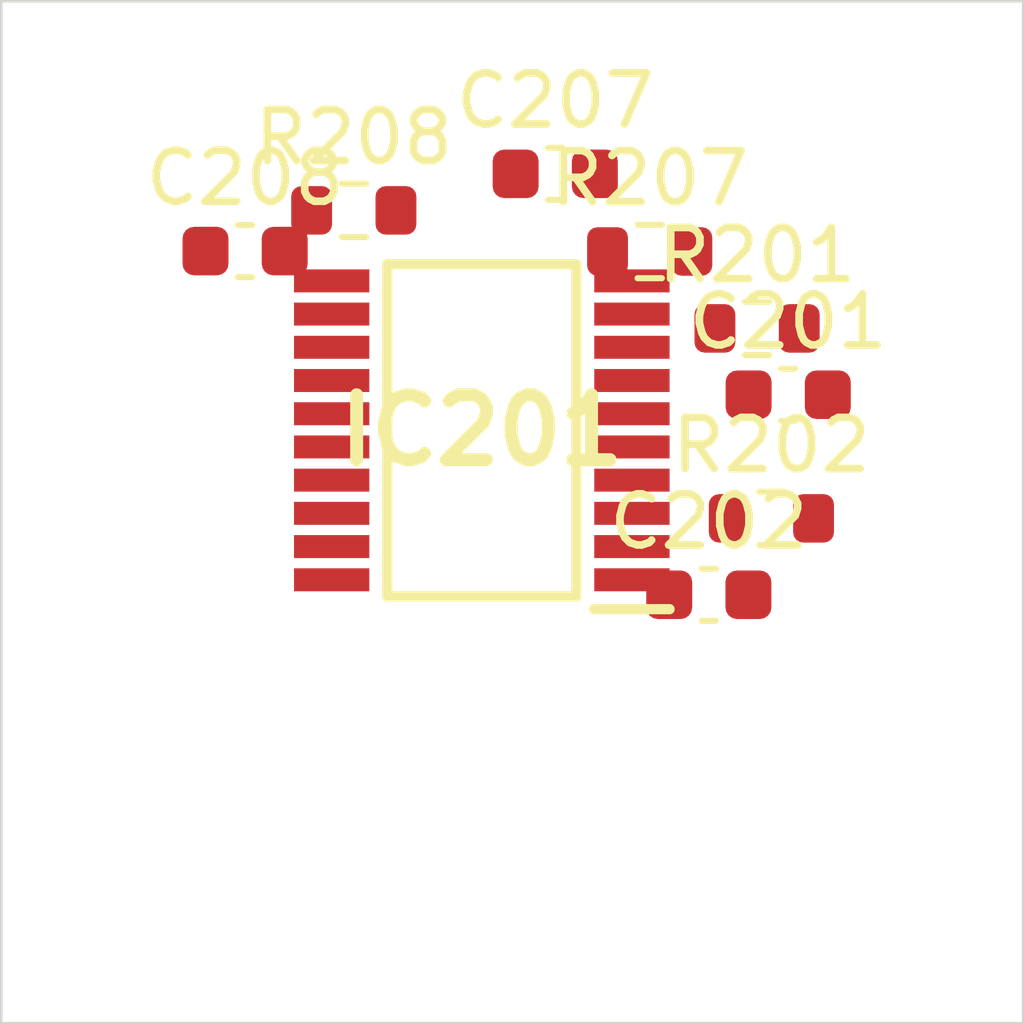
<source format=kicad_pcb>
 ( kicad_pcb  ( version 20171130 )
 ( host pcbnew 5.1.12-84ad8e8a86~92~ubuntu18.04.1 )
 ( general  ( thickness 1.6 )
 ( drawings 4 )
 ( tracks 0 )
 ( zones 0 )
 ( modules 9 )
 ( nets 19 )
)
 ( page A4 )
 ( layers  ( 0 F.Cu signal )
 ( 31 B.Cu signal )
 ( 32 B.Adhes user )
 ( 33 F.Adhes user )
 ( 34 B.Paste user )
 ( 35 F.Paste user )
 ( 36 B.SilkS user )
 ( 37 F.SilkS user )
 ( 38 B.Mask user )
 ( 39 F.Mask user )
 ( 40 Dwgs.User user )
 ( 41 Cmts.User user )
 ( 42 Eco1.User user )
 ( 43 Eco2.User user )
 ( 44 Edge.Cuts user )
 ( 45 Margin user )
 ( 46 B.CrtYd user )
 ( 47 F.CrtYd user )
 ( 48 B.Fab user )
 ( 49 F.Fab user )
)
 ( setup  ( last_trace_width 0.25 )
 ( trace_clearance 0.2 )
 ( zone_clearance 0.508 )
 ( zone_45_only no )
 ( trace_min 0.2 )
 ( via_size 0.8 )
 ( via_drill 0.4 )
 ( via_min_size 0.4 )
 ( via_min_drill 0.3 )
 ( uvia_size 0.3 )
 ( uvia_drill 0.1 )
 ( uvias_allowed no )
 ( uvia_min_size 0.2 )
 ( uvia_min_drill 0.1 )
 ( edge_width 0.05 )
 ( segment_width 0.2 )
 ( pcb_text_width 0.3 )
 ( pcb_text_size 1.5 1.5 )
 ( mod_edge_width 0.12 )
 ( mod_text_size 1 1 )
 ( mod_text_width 0.15 )
 ( pad_size 1.524 1.524 )
 ( pad_drill 0.762 )
 ( pad_to_mask_clearance 0 )
 ( aux_axis_origin 0 0 )
 ( visible_elements FFFFFF7F )
 ( pcbplotparams  ( layerselection 0x010fc_ffffffff )
 ( usegerberextensions false )
 ( usegerberattributes true )
 ( usegerberadvancedattributes true )
 ( creategerberjobfile true )
 ( excludeedgelayer true )
 ( linewidth 0.100000 )
 ( plotframeref false )
 ( viasonmask false )
 ( mode 1 )
 ( useauxorigin false )
 ( hpglpennumber 1 )
 ( hpglpenspeed 20 )
 ( hpglpendiameter 15.000000 )
 ( psnegative false )
 ( psa4output false )
 ( plotreference true )
 ( plotvalue true )
 ( plotinvisibletext false )
 ( padsonsilk false )
 ( subtractmaskfromsilk false )
 ( outputformat 1 )
 ( mirror false )
 ( drillshape 1 )
 ( scaleselection 1 )
 ( outputdirectory "" )
)
)
 ( net 0 "" )
 ( net 1 GND )
 ( net 2 /Sheet6235D886/ch0 )
 ( net 3 /Sheet6235D886/ch1 )
 ( net 4 /Sheet6235D886/ch2 )
 ( net 5 /Sheet6235D886/ch3 )
 ( net 6 /Sheet6235D886/ch4 )
 ( net 7 /Sheet6235D886/ch5 )
 ( net 8 /Sheet6235D886/ch6 )
 ( net 9 /Sheet6235D886/ch7 )
 ( net 10 VDD )
 ( net 11 VDDA )
 ( net 12 /Sheet6235D886/adc_csn )
 ( net 13 /Sheet6235D886/adc_sck )
 ( net 14 /Sheet6235D886/adc_sdi )
 ( net 15 /Sheet6235D886/adc_sdo )
 ( net 16 /Sheet6235D886/vp )
 ( net 17 /Sheet6248AD22/chn0 )
 ( net 18 /Sheet6248AD22/chn3 )
 ( net_class Default "This is the default net class."  ( clearance 0.2 )
 ( trace_width 0.25 )
 ( via_dia 0.8 )
 ( via_drill 0.4 )
 ( uvia_dia 0.3 )
 ( uvia_drill 0.1 )
 ( add_net /Sheet6235D886/adc_csn )
 ( add_net /Sheet6235D886/adc_sck )
 ( add_net /Sheet6235D886/adc_sdi )
 ( add_net /Sheet6235D886/adc_sdo )
 ( add_net /Sheet6235D886/ch0 )
 ( add_net /Sheet6235D886/ch1 )
 ( add_net /Sheet6235D886/ch2 )
 ( add_net /Sheet6235D886/ch3 )
 ( add_net /Sheet6235D886/ch4 )
 ( add_net /Sheet6235D886/ch5 )
 ( add_net /Sheet6235D886/ch6 )
 ( add_net /Sheet6235D886/ch7 )
 ( add_net /Sheet6235D886/vp )
 ( add_net /Sheet6248AD22/chn0 )
 ( add_net /Sheet6248AD22/chn3 )
 ( add_net GND )
 ( add_net VDD )
 ( add_net VDDA )
)
 ( module Capacitor_SMD:C_0603_1608Metric  ( layer F.Cu )
 ( tedit 5F68FEEE )
 ( tstamp 6234222D )
 ( at 95.400900 107.700000 )
 ( descr "Capacitor SMD 0603 (1608 Metric), square (rectangular) end terminal, IPC_7351 nominal, (Body size source: IPC-SM-782 page 76, https://www.pcb-3d.com/wordpress/wp-content/uploads/ipc-sm-782a_amendment_1_and_2.pdf), generated with kicad-footprint-generator" )
 ( tags capacitor )
 ( path /6235D887/623691C5 )
 ( attr smd )
 ( fp_text reference C201  ( at 0 -1.43 )
 ( layer F.SilkS )
 ( effects  ( font  ( size 1 1 )
 ( thickness 0.15 )
)
)
)
 ( fp_text value 0.1uF  ( at 0 1.43 )
 ( layer F.Fab )
 ( effects  ( font  ( size 1 1 )
 ( thickness 0.15 )
)
)
)
 ( fp_line  ( start -0.8 0.4 )
 ( end -0.8 -0.4 )
 ( layer F.Fab )
 ( width 0.1 )
)
 ( fp_line  ( start -0.8 -0.4 )
 ( end 0.8 -0.4 )
 ( layer F.Fab )
 ( width 0.1 )
)
 ( fp_line  ( start 0.8 -0.4 )
 ( end 0.8 0.4 )
 ( layer F.Fab )
 ( width 0.1 )
)
 ( fp_line  ( start 0.8 0.4 )
 ( end -0.8 0.4 )
 ( layer F.Fab )
 ( width 0.1 )
)
 ( fp_line  ( start -0.14058 -0.51 )
 ( end 0.14058 -0.51 )
 ( layer F.SilkS )
 ( width 0.12 )
)
 ( fp_line  ( start -0.14058 0.51 )
 ( end 0.14058 0.51 )
 ( layer F.SilkS )
 ( width 0.12 )
)
 ( fp_line  ( start -1.48 0.73 )
 ( end -1.48 -0.73 )
 ( layer F.CrtYd )
 ( width 0.05 )
)
 ( fp_line  ( start -1.48 -0.73 )
 ( end 1.48 -0.73 )
 ( layer F.CrtYd )
 ( width 0.05 )
)
 ( fp_line  ( start 1.48 -0.73 )
 ( end 1.48 0.73 )
 ( layer F.CrtYd )
 ( width 0.05 )
)
 ( fp_line  ( start 1.48 0.73 )
 ( end -1.48 0.73 )
 ( layer F.CrtYd )
 ( width 0.05 )
)
 ( fp_text user %R  ( at 0 0 )
 ( layer F.Fab )
 ( effects  ( font  ( size 0.4 0.4 )
 ( thickness 0.06 )
)
)
)
 ( pad 2 smd roundrect  ( at 0.775 0 )
 ( size 0.9 0.95 )
 ( layers F.Cu F.Mask F.Paste )
 ( roundrect_rratio 0.25 )
 ( net 1 GND )
)
 ( pad 1 smd roundrect  ( at -0.775 0 )
 ( size 0.9 0.95 )
 ( layers F.Cu F.Mask F.Paste )
 ( roundrect_rratio 0.25 )
 ( net 2 /Sheet6235D886/ch0 )
)
 ( model ${KISYS3DMOD}/Capacitor_SMD.3dshapes/C_0603_1608Metric.wrl  ( at  ( xyz 0 0 0 )
)
 ( scale  ( xyz 1 1 1 )
)
 ( rotate  ( xyz 0 0 0 )
)
)
)
 ( module Capacitor_SMD:C_0603_1608Metric  ( layer F.Cu )
 ( tedit 5F68FEEE )
 ( tstamp 6234223E )
 ( at 93.847200 111.615000 )
 ( descr "Capacitor SMD 0603 (1608 Metric), square (rectangular) end terminal, IPC_7351 nominal, (Body size source: IPC-SM-782 page 76, https://www.pcb-3d.com/wordpress/wp-content/uploads/ipc-sm-782a_amendment_1_and_2.pdf), generated with kicad-footprint-generator" )
 ( tags capacitor )
 ( path /6235D887/62369EE0 )
 ( attr smd )
 ( fp_text reference C202  ( at 0 -1.43 )
 ( layer F.SilkS )
 ( effects  ( font  ( size 1 1 )
 ( thickness 0.15 )
)
)
)
 ( fp_text value 0.1uF  ( at 0 1.43 )
 ( layer F.Fab )
 ( effects  ( font  ( size 1 1 )
 ( thickness 0.15 )
)
)
)
 ( fp_line  ( start 1.48 0.73 )
 ( end -1.48 0.73 )
 ( layer F.CrtYd )
 ( width 0.05 )
)
 ( fp_line  ( start 1.48 -0.73 )
 ( end 1.48 0.73 )
 ( layer F.CrtYd )
 ( width 0.05 )
)
 ( fp_line  ( start -1.48 -0.73 )
 ( end 1.48 -0.73 )
 ( layer F.CrtYd )
 ( width 0.05 )
)
 ( fp_line  ( start -1.48 0.73 )
 ( end -1.48 -0.73 )
 ( layer F.CrtYd )
 ( width 0.05 )
)
 ( fp_line  ( start -0.14058 0.51 )
 ( end 0.14058 0.51 )
 ( layer F.SilkS )
 ( width 0.12 )
)
 ( fp_line  ( start -0.14058 -0.51 )
 ( end 0.14058 -0.51 )
 ( layer F.SilkS )
 ( width 0.12 )
)
 ( fp_line  ( start 0.8 0.4 )
 ( end -0.8 0.4 )
 ( layer F.Fab )
 ( width 0.1 )
)
 ( fp_line  ( start 0.8 -0.4 )
 ( end 0.8 0.4 )
 ( layer F.Fab )
 ( width 0.1 )
)
 ( fp_line  ( start -0.8 -0.4 )
 ( end 0.8 -0.4 )
 ( layer F.Fab )
 ( width 0.1 )
)
 ( fp_line  ( start -0.8 0.4 )
 ( end -0.8 -0.4 )
 ( layer F.Fab )
 ( width 0.1 )
)
 ( fp_text user %R  ( at 0 0 )
 ( layer F.Fab )
 ( effects  ( font  ( size 0.4 0.4 )
 ( thickness 0.06 )
)
)
)
 ( pad 1 smd roundrect  ( at -0.775 0 )
 ( size 0.9 0.95 )
 ( layers F.Cu F.Mask F.Paste )
 ( roundrect_rratio 0.25 )
 ( net 1 GND )
)
 ( pad 2 smd roundrect  ( at 0.775 0 )
 ( size 0.9 0.95 )
 ( layers F.Cu F.Mask F.Paste )
 ( roundrect_rratio 0.25 )
 ( net 3 /Sheet6235D886/ch1 )
)
 ( model ${KISYS3DMOD}/Capacitor_SMD.3dshapes/C_0603_1608Metric.wrl  ( at  ( xyz 0 0 0 )
)
 ( scale  ( xyz 1 1 1 )
)
 ( rotate  ( xyz 0 0 0 )
)
)
)
 ( module Capacitor_SMD:C_0603_1608Metric  ( layer F.Cu )
 ( tedit 5F68FEEE )
 ( tstamp 62342293 )
 ( at 90.841600 103.377000 )
 ( descr "Capacitor SMD 0603 (1608 Metric), square (rectangular) end terminal, IPC_7351 nominal, (Body size source: IPC-SM-782 page 76, https://www.pcb-3d.com/wordpress/wp-content/uploads/ipc-sm-782a_amendment_1_and_2.pdf), generated with kicad-footprint-generator" )
 ( tags capacitor )
 ( path /6235D887/6238B3FE )
 ( attr smd )
 ( fp_text reference C207  ( at 0 -1.43 )
 ( layer F.SilkS )
 ( effects  ( font  ( size 1 1 )
 ( thickness 0.15 )
)
)
)
 ( fp_text value 0.1uF  ( at 0 1.43 )
 ( layer F.Fab )
 ( effects  ( font  ( size 1 1 )
 ( thickness 0.15 )
)
)
)
 ( fp_line  ( start -0.8 0.4 )
 ( end -0.8 -0.4 )
 ( layer F.Fab )
 ( width 0.1 )
)
 ( fp_line  ( start -0.8 -0.4 )
 ( end 0.8 -0.4 )
 ( layer F.Fab )
 ( width 0.1 )
)
 ( fp_line  ( start 0.8 -0.4 )
 ( end 0.8 0.4 )
 ( layer F.Fab )
 ( width 0.1 )
)
 ( fp_line  ( start 0.8 0.4 )
 ( end -0.8 0.4 )
 ( layer F.Fab )
 ( width 0.1 )
)
 ( fp_line  ( start -0.14058 -0.51 )
 ( end 0.14058 -0.51 )
 ( layer F.SilkS )
 ( width 0.12 )
)
 ( fp_line  ( start -0.14058 0.51 )
 ( end 0.14058 0.51 )
 ( layer F.SilkS )
 ( width 0.12 )
)
 ( fp_line  ( start -1.48 0.73 )
 ( end -1.48 -0.73 )
 ( layer F.CrtYd )
 ( width 0.05 )
)
 ( fp_line  ( start -1.48 -0.73 )
 ( end 1.48 -0.73 )
 ( layer F.CrtYd )
 ( width 0.05 )
)
 ( fp_line  ( start 1.48 -0.73 )
 ( end 1.48 0.73 )
 ( layer F.CrtYd )
 ( width 0.05 )
)
 ( fp_line  ( start 1.48 0.73 )
 ( end -1.48 0.73 )
 ( layer F.CrtYd )
 ( width 0.05 )
)
 ( fp_text user %R  ( at 0 0 )
 ( layer F.Fab )
 ( effects  ( font  ( size 0.4 0.4 )
 ( thickness 0.06 )
)
)
)
 ( pad 2 smd roundrect  ( at 0.775 0 )
 ( size 0.9 0.95 )
 ( layers F.Cu F.Mask F.Paste )
 ( roundrect_rratio 0.25 )
 ( net 1 GND )
)
 ( pad 1 smd roundrect  ( at -0.775 0 )
 ( size 0.9 0.95 )
 ( layers F.Cu F.Mask F.Paste )
 ( roundrect_rratio 0.25 )
 ( net 8 /Sheet6235D886/ch6 )
)
 ( model ${KISYS3DMOD}/Capacitor_SMD.3dshapes/C_0603_1608Metric.wrl  ( at  ( xyz 0 0 0 )
)
 ( scale  ( xyz 1 1 1 )
)
 ( rotate  ( xyz 0 0 0 )
)
)
)
 ( module Capacitor_SMD:C_0603_1608Metric  ( layer F.Cu )
 ( tedit 5F68FEEE )
 ( tstamp 623422A4 )
 ( at 84.772100 104.889000 )
 ( descr "Capacitor SMD 0603 (1608 Metric), square (rectangular) end terminal, IPC_7351 nominal, (Body size source: IPC-SM-782 page 76, https://www.pcb-3d.com/wordpress/wp-content/uploads/ipc-sm-782a_amendment_1_and_2.pdf), generated with kicad-footprint-generator" )
 ( tags capacitor )
 ( path /6235D887/6238B404 )
 ( attr smd )
 ( fp_text reference C208  ( at 0 -1.43 )
 ( layer F.SilkS )
 ( effects  ( font  ( size 1 1 )
 ( thickness 0.15 )
)
)
)
 ( fp_text value 0.1uF  ( at 0 1.43 )
 ( layer F.Fab )
 ( effects  ( font  ( size 1 1 )
 ( thickness 0.15 )
)
)
)
 ( fp_line  ( start 1.48 0.73 )
 ( end -1.48 0.73 )
 ( layer F.CrtYd )
 ( width 0.05 )
)
 ( fp_line  ( start 1.48 -0.73 )
 ( end 1.48 0.73 )
 ( layer F.CrtYd )
 ( width 0.05 )
)
 ( fp_line  ( start -1.48 -0.73 )
 ( end 1.48 -0.73 )
 ( layer F.CrtYd )
 ( width 0.05 )
)
 ( fp_line  ( start -1.48 0.73 )
 ( end -1.48 -0.73 )
 ( layer F.CrtYd )
 ( width 0.05 )
)
 ( fp_line  ( start -0.14058 0.51 )
 ( end 0.14058 0.51 )
 ( layer F.SilkS )
 ( width 0.12 )
)
 ( fp_line  ( start -0.14058 -0.51 )
 ( end 0.14058 -0.51 )
 ( layer F.SilkS )
 ( width 0.12 )
)
 ( fp_line  ( start 0.8 0.4 )
 ( end -0.8 0.4 )
 ( layer F.Fab )
 ( width 0.1 )
)
 ( fp_line  ( start 0.8 -0.4 )
 ( end 0.8 0.4 )
 ( layer F.Fab )
 ( width 0.1 )
)
 ( fp_line  ( start -0.8 -0.4 )
 ( end 0.8 -0.4 )
 ( layer F.Fab )
 ( width 0.1 )
)
 ( fp_line  ( start -0.8 0.4 )
 ( end -0.8 -0.4 )
 ( layer F.Fab )
 ( width 0.1 )
)
 ( fp_text user %R  ( at 0 0 )
 ( layer F.Fab )
 ( effects  ( font  ( size 0.4 0.4 )
 ( thickness 0.06 )
)
)
)
 ( pad 1 smd roundrect  ( at -0.775 0 )
 ( size 0.9 0.95 )
 ( layers F.Cu F.Mask F.Paste )
 ( roundrect_rratio 0.25 )
 ( net 1 GND )
)
 ( pad 2 smd roundrect  ( at 0.775 0 )
 ( size 0.9 0.95 )
 ( layers F.Cu F.Mask F.Paste )
 ( roundrect_rratio 0.25 )
 ( net 9 /Sheet6235D886/ch7 )
)
 ( model ${KISYS3DMOD}/Capacitor_SMD.3dshapes/C_0603_1608Metric.wrl  ( at  ( xyz 0 0 0 )
)
 ( scale  ( xyz 1 1 1 )
)
 ( rotate  ( xyz 0 0 0 )
)
)
)
 ( module MCP3564R-E_ST:SOP65P640X120-20N locked  ( layer F.Cu )
 ( tedit 623351C2 )
 ( tstamp 623423D6 )
 ( at 89.404300 108.397000 180.000000 )
 ( descr "20-Lead Plastic Thin Shrink Small Outline (ST) - 4.4mm body [TSSOP]" )
 ( tags "Integrated Circuit" )
 ( path /6235D887/6235E071 )
 ( attr smd )
 ( fp_text reference IC201  ( at 0 0 )
 ( layer F.SilkS )
 ( effects  ( font  ( size 1.27 1.27 )
 ( thickness 0.254 )
)
)
)
 ( fp_text value MCP3564R-E_ST  ( at 0 0 )
 ( layer F.SilkS )
hide  ( effects  ( font  ( size 1.27 1.27 )
 ( thickness 0.254 )
)
)
)
 ( fp_line  ( start -3.925 -3.55 )
 ( end 3.925 -3.55 )
 ( layer Dwgs.User )
 ( width 0.05 )
)
 ( fp_line  ( start 3.925 -3.55 )
 ( end 3.925 3.55 )
 ( layer Dwgs.User )
 ( width 0.05 )
)
 ( fp_line  ( start 3.925 3.55 )
 ( end -3.925 3.55 )
 ( layer Dwgs.User )
 ( width 0.05 )
)
 ( fp_line  ( start -3.925 3.55 )
 ( end -3.925 -3.55 )
 ( layer Dwgs.User )
 ( width 0.05 )
)
 ( fp_line  ( start -2.2 -3.25 )
 ( end 2.2 -3.25 )
 ( layer Dwgs.User )
 ( width 0.1 )
)
 ( fp_line  ( start 2.2 -3.25 )
 ( end 2.2 3.25 )
 ( layer Dwgs.User )
 ( width 0.1 )
)
 ( fp_line  ( start 2.2 3.25 )
 ( end -2.2 3.25 )
 ( layer Dwgs.User )
 ( width 0.1 )
)
 ( fp_line  ( start -2.2 3.25 )
 ( end -2.2 -3.25 )
 ( layer Dwgs.User )
 ( width 0.1 )
)
 ( fp_line  ( start -2.2 -2.6 )
 ( end -1.55 -3.25 )
 ( layer Dwgs.User )
 ( width 0.1 )
)
 ( fp_line  ( start -1.85 -3.25 )
 ( end 1.85 -3.25 )
 ( layer F.SilkS )
 ( width 0.2 )
)
 ( fp_line  ( start 1.85 -3.25 )
 ( end 1.85 3.25 )
 ( layer F.SilkS )
 ( width 0.2 )
)
 ( fp_line  ( start 1.85 3.25 )
 ( end -1.85 3.25 )
 ( layer F.SilkS )
 ( width 0.2 )
)
 ( fp_line  ( start -1.85 3.25 )
 ( end -1.85 -3.25 )
 ( layer F.SilkS )
 ( width 0.2 )
)
 ( fp_line  ( start -3.675 -3.5 )
 ( end -2.2 -3.5 )
 ( layer F.SilkS )
 ( width 0.2 )
)
 ( pad 1 smd rect  ( at -2.938 -2.925 270.000000 )
 ( size 0.45 1.475 )
 ( layers F.Cu F.Mask F.Paste )
 ( net 11 VDDA )
)
 ( pad 2 smd rect  ( at -2.938 -2.275 270.000000 )
 ( size 0.45 1.475 )
 ( layers F.Cu F.Mask F.Paste )
 ( net 1 GND )
)
 ( pad 3 smd rect  ( at -2.938 -1.625 270.000000 )
 ( size 0.45 1.475 )
 ( layers F.Cu F.Mask F.Paste )
 ( net 1 GND )
)
 ( pad 4 smd rect  ( at -2.938 -0.975 270.000000 )
 ( size 0.45 1.475 )
 ( layers F.Cu F.Mask F.Paste )
)
 ( pad 5 smd rect  ( at -2.938 -0.325 270.000000 )
 ( size 0.45 1.475 )
 ( layers F.Cu F.Mask F.Paste )
 ( net 2 /Sheet6235D886/ch0 )
)
 ( pad 6 smd rect  ( at -2.938 0.325 270.000000 )
 ( size 0.45 1.475 )
 ( layers F.Cu F.Mask F.Paste )
 ( net 3 /Sheet6235D886/ch1 )
)
 ( pad 7 smd rect  ( at -2.938 0.975 270.000000 )
 ( size 0.45 1.475 )
 ( layers F.Cu F.Mask F.Paste )
 ( net 4 /Sheet6235D886/ch2 )
)
 ( pad 8 smd rect  ( at -2.938 1.625 270.000000 )
 ( size 0.45 1.475 )
 ( layers F.Cu F.Mask F.Paste )
 ( net 5 /Sheet6235D886/ch3 )
)
 ( pad 9 smd rect  ( at -2.938 2.275 270.000000 )
 ( size 0.45 1.475 )
 ( layers F.Cu F.Mask F.Paste )
 ( net 6 /Sheet6235D886/ch4 )
)
 ( pad 10 smd rect  ( at -2.938 2.925 270.000000 )
 ( size 0.45 1.475 )
 ( layers F.Cu F.Mask F.Paste )
 ( net 7 /Sheet6235D886/ch5 )
)
 ( pad 11 smd rect  ( at 2.938 2.925 270.000000 )
 ( size 0.45 1.475 )
 ( layers F.Cu F.Mask F.Paste )
 ( net 8 /Sheet6235D886/ch6 )
)
 ( pad 12 smd rect  ( at 2.938 2.275 270.000000 )
 ( size 0.45 1.475 )
 ( layers F.Cu F.Mask F.Paste )
 ( net 9 /Sheet6235D886/ch7 )
)
 ( pad 13 smd rect  ( at 2.938 1.625 270.000000 )
 ( size 0.45 1.475 )
 ( layers F.Cu F.Mask F.Paste )
 ( net 12 /Sheet6235D886/adc_csn )
)
 ( pad 14 smd rect  ( at 2.938 0.975 270.000000 )
 ( size 0.45 1.475 )
 ( layers F.Cu F.Mask F.Paste )
 ( net 13 /Sheet6235D886/adc_sck )
)
 ( pad 15 smd rect  ( at 2.938 0.325 270.000000 )
 ( size 0.45 1.475 )
 ( layers F.Cu F.Mask F.Paste )
 ( net 14 /Sheet6235D886/adc_sdi )
)
 ( pad 16 smd rect  ( at 2.938 -0.325 270.000000 )
 ( size 0.45 1.475 )
 ( layers F.Cu F.Mask F.Paste )
 ( net 15 /Sheet6235D886/adc_sdo )
)
 ( pad 17 smd rect  ( at 2.938 -0.975 270.000000 )
 ( size 0.45 1.475 )
 ( layers F.Cu F.Mask F.Paste )
)
 ( pad 18 smd rect  ( at 2.938 -1.625 270.000000 )
 ( size 0.45 1.475 )
 ( layers F.Cu F.Mask F.Paste )
)
 ( pad 19 smd rect  ( at 2.938 -2.275 270.000000 )
 ( size 0.45 1.475 )
 ( layers F.Cu F.Mask F.Paste )
 ( net 1 GND )
)
 ( pad 20 smd rect  ( at 2.938 -2.925 270.000000 )
 ( size 0.45 1.475 )
 ( layers F.Cu F.Mask F.Paste )
 ( net 10 VDD )
)
)
 ( module Resistor_SMD:R_0603_1608Metric  ( layer F.Cu )
 ( tedit 5F68FEEE )
 ( tstamp 6234250D )
 ( at 94.791900 106.402000 )
 ( descr "Resistor SMD 0603 (1608 Metric), square (rectangular) end terminal, IPC_7351 nominal, (Body size source: IPC-SM-782 page 72, https://www.pcb-3d.com/wordpress/wp-content/uploads/ipc-sm-782a_amendment_1_and_2.pdf), generated with kicad-footprint-generator" )
 ( tags resistor )
 ( path /6235D887/623641B7 )
 ( attr smd )
 ( fp_text reference R201  ( at 0 -1.43 )
 ( layer F.SilkS )
 ( effects  ( font  ( size 1 1 )
 ( thickness 0.15 )
)
)
)
 ( fp_text value 1k  ( at 0 1.43 )
 ( layer F.Fab )
 ( effects  ( font  ( size 1 1 )
 ( thickness 0.15 )
)
)
)
 ( fp_line  ( start -0.8 0.4125 )
 ( end -0.8 -0.4125 )
 ( layer F.Fab )
 ( width 0.1 )
)
 ( fp_line  ( start -0.8 -0.4125 )
 ( end 0.8 -0.4125 )
 ( layer F.Fab )
 ( width 0.1 )
)
 ( fp_line  ( start 0.8 -0.4125 )
 ( end 0.8 0.4125 )
 ( layer F.Fab )
 ( width 0.1 )
)
 ( fp_line  ( start 0.8 0.4125 )
 ( end -0.8 0.4125 )
 ( layer F.Fab )
 ( width 0.1 )
)
 ( fp_line  ( start -0.237258 -0.5225 )
 ( end 0.237258 -0.5225 )
 ( layer F.SilkS )
 ( width 0.12 )
)
 ( fp_line  ( start -0.237258 0.5225 )
 ( end 0.237258 0.5225 )
 ( layer F.SilkS )
 ( width 0.12 )
)
 ( fp_line  ( start -1.48 0.73 )
 ( end -1.48 -0.73 )
 ( layer F.CrtYd )
 ( width 0.05 )
)
 ( fp_line  ( start -1.48 -0.73 )
 ( end 1.48 -0.73 )
 ( layer F.CrtYd )
 ( width 0.05 )
)
 ( fp_line  ( start 1.48 -0.73 )
 ( end 1.48 0.73 )
 ( layer F.CrtYd )
 ( width 0.05 )
)
 ( fp_line  ( start 1.48 0.73 )
 ( end -1.48 0.73 )
 ( layer F.CrtYd )
 ( width 0.05 )
)
 ( fp_text user %R  ( at 0 0 )
 ( layer F.Fab )
 ( effects  ( font  ( size 0.4 0.4 )
 ( thickness 0.06 )
)
)
)
 ( pad 2 smd roundrect  ( at 0.825 0 )
 ( size 0.8 0.95 )
 ( layers F.Cu F.Mask F.Paste )
 ( roundrect_rratio 0.25 )
 ( net 16 /Sheet6235D886/vp )
)
 ( pad 1 smd roundrect  ( at -0.825 0 )
 ( size 0.8 0.95 )
 ( layers F.Cu F.Mask F.Paste )
 ( roundrect_rratio 0.25 )
 ( net 2 /Sheet6235D886/ch0 )
)
 ( model ${KISYS3DMOD}/Resistor_SMD.3dshapes/R_0603_1608Metric.wrl  ( at  ( xyz 0 0 0 )
)
 ( scale  ( xyz 1 1 1 )
)
 ( rotate  ( xyz 0 0 0 )
)
)
)
 ( module Resistor_SMD:R_0603_1608Metric  ( layer F.Cu )
 ( tedit 5F68FEEE )
 ( tstamp 6234251E )
 ( at 95.071900 110.120000 )
 ( descr "Resistor SMD 0603 (1608 Metric), square (rectangular) end terminal, IPC_7351 nominal, (Body size source: IPC-SM-782 page 72, https://www.pcb-3d.com/wordpress/wp-content/uploads/ipc-sm-782a_amendment_1_and_2.pdf), generated with kicad-footprint-generator" )
 ( tags resistor )
 ( path /6235D887/6236A646 )
 ( attr smd )
 ( fp_text reference R202  ( at 0 -1.43 )
 ( layer F.SilkS )
 ( effects  ( font  ( size 1 1 )
 ( thickness 0.15 )
)
)
)
 ( fp_text value 1k  ( at 0 1.43 )
 ( layer F.Fab )
 ( effects  ( font  ( size 1 1 )
 ( thickness 0.15 )
)
)
)
 ( fp_line  ( start 1.48 0.73 )
 ( end -1.48 0.73 )
 ( layer F.CrtYd )
 ( width 0.05 )
)
 ( fp_line  ( start 1.48 -0.73 )
 ( end 1.48 0.73 )
 ( layer F.CrtYd )
 ( width 0.05 )
)
 ( fp_line  ( start -1.48 -0.73 )
 ( end 1.48 -0.73 )
 ( layer F.CrtYd )
 ( width 0.05 )
)
 ( fp_line  ( start -1.48 0.73 )
 ( end -1.48 -0.73 )
 ( layer F.CrtYd )
 ( width 0.05 )
)
 ( fp_line  ( start -0.237258 0.5225 )
 ( end 0.237258 0.5225 )
 ( layer F.SilkS )
 ( width 0.12 )
)
 ( fp_line  ( start -0.237258 -0.5225 )
 ( end 0.237258 -0.5225 )
 ( layer F.SilkS )
 ( width 0.12 )
)
 ( fp_line  ( start 0.8 0.4125 )
 ( end -0.8 0.4125 )
 ( layer F.Fab )
 ( width 0.1 )
)
 ( fp_line  ( start 0.8 -0.4125 )
 ( end 0.8 0.4125 )
 ( layer F.Fab )
 ( width 0.1 )
)
 ( fp_line  ( start -0.8 -0.4125 )
 ( end 0.8 -0.4125 )
 ( layer F.Fab )
 ( width 0.1 )
)
 ( fp_line  ( start -0.8 0.4125 )
 ( end -0.8 -0.4125 )
 ( layer F.Fab )
 ( width 0.1 )
)
 ( fp_text user %R  ( at 0 0 )
 ( layer F.Fab )
 ( effects  ( font  ( size 0.4 0.4 )
 ( thickness 0.06 )
)
)
)
 ( pad 1 smd roundrect  ( at -0.825 0 )
 ( size 0.8 0.95 )
 ( layers F.Cu F.Mask F.Paste )
 ( roundrect_rratio 0.25 )
 ( net 3 /Sheet6235D886/ch1 )
)
 ( pad 2 smd roundrect  ( at 0.825 0 )
 ( size 0.8 0.95 )
 ( layers F.Cu F.Mask F.Paste )
 ( roundrect_rratio 0.25 )
 ( net 17 /Sheet6248AD22/chn0 )
)
 ( model ${KISYS3DMOD}/Resistor_SMD.3dshapes/R_0603_1608Metric.wrl  ( at  ( xyz 0 0 0 )
)
 ( scale  ( xyz 1 1 1 )
)
 ( rotate  ( xyz 0 0 0 )
)
)
)
 ( module Resistor_SMD:R_0603_1608Metric  ( layer F.Cu )
 ( tedit 5F68FEEE )
 ( tstamp 62342573 )
 ( at 92.690300 104.897000 )
 ( descr "Resistor SMD 0603 (1608 Metric), square (rectangular) end terminal, IPC_7351 nominal, (Body size source: IPC-SM-782 page 72, https://www.pcb-3d.com/wordpress/wp-content/uploads/ipc-sm-782a_amendment_1_and_2.pdf), generated with kicad-footprint-generator" )
 ( tags resistor )
 ( path /6235D887/6238B3F8 )
 ( attr smd )
 ( fp_text reference R207  ( at 0 -1.43 )
 ( layer F.SilkS )
 ( effects  ( font  ( size 1 1 )
 ( thickness 0.15 )
)
)
)
 ( fp_text value 1k  ( at 0 1.43 )
 ( layer F.Fab )
 ( effects  ( font  ( size 1 1 )
 ( thickness 0.15 )
)
)
)
 ( fp_line  ( start -0.8 0.4125 )
 ( end -0.8 -0.4125 )
 ( layer F.Fab )
 ( width 0.1 )
)
 ( fp_line  ( start -0.8 -0.4125 )
 ( end 0.8 -0.4125 )
 ( layer F.Fab )
 ( width 0.1 )
)
 ( fp_line  ( start 0.8 -0.4125 )
 ( end 0.8 0.4125 )
 ( layer F.Fab )
 ( width 0.1 )
)
 ( fp_line  ( start 0.8 0.4125 )
 ( end -0.8 0.4125 )
 ( layer F.Fab )
 ( width 0.1 )
)
 ( fp_line  ( start -0.237258 -0.5225 )
 ( end 0.237258 -0.5225 )
 ( layer F.SilkS )
 ( width 0.12 )
)
 ( fp_line  ( start -0.237258 0.5225 )
 ( end 0.237258 0.5225 )
 ( layer F.SilkS )
 ( width 0.12 )
)
 ( fp_line  ( start -1.48 0.73 )
 ( end -1.48 -0.73 )
 ( layer F.CrtYd )
 ( width 0.05 )
)
 ( fp_line  ( start -1.48 -0.73 )
 ( end 1.48 -0.73 )
 ( layer F.CrtYd )
 ( width 0.05 )
)
 ( fp_line  ( start 1.48 -0.73 )
 ( end 1.48 0.73 )
 ( layer F.CrtYd )
 ( width 0.05 )
)
 ( fp_line  ( start 1.48 0.73 )
 ( end -1.48 0.73 )
 ( layer F.CrtYd )
 ( width 0.05 )
)
 ( fp_text user %R  ( at 0 0 )
 ( layer F.Fab )
 ( effects  ( font  ( size 0.4 0.4 )
 ( thickness 0.06 )
)
)
)
 ( pad 2 smd roundrect  ( at 0.825 0 )
 ( size 0.8 0.95 )
 ( layers F.Cu F.Mask F.Paste )
 ( roundrect_rratio 0.25 )
 ( net 16 /Sheet6235D886/vp )
)
 ( pad 1 smd roundrect  ( at -0.825 0 )
 ( size 0.8 0.95 )
 ( layers F.Cu F.Mask F.Paste )
 ( roundrect_rratio 0.25 )
 ( net 8 /Sheet6235D886/ch6 )
)
 ( model ${KISYS3DMOD}/Resistor_SMD.3dshapes/R_0603_1608Metric.wrl  ( at  ( xyz 0 0 0 )
)
 ( scale  ( xyz 1 1 1 )
)
 ( rotate  ( xyz 0 0 0 )
)
)
)
 ( module Resistor_SMD:R_0603_1608Metric  ( layer F.Cu )
 ( tedit 5F68FEEE )
 ( tstamp 62342584 )
 ( at 86.899200 104.092000 )
 ( descr "Resistor SMD 0603 (1608 Metric), square (rectangular) end terminal, IPC_7351 nominal, (Body size source: IPC-SM-782 page 72, https://www.pcb-3d.com/wordpress/wp-content/uploads/ipc-sm-782a_amendment_1_and_2.pdf), generated with kicad-footprint-generator" )
 ( tags resistor )
 ( path /6235D887/6238B40A )
 ( attr smd )
 ( fp_text reference R208  ( at 0 -1.43 )
 ( layer F.SilkS )
 ( effects  ( font  ( size 1 1 )
 ( thickness 0.15 )
)
)
)
 ( fp_text value 1k  ( at 0 1.43 )
 ( layer F.Fab )
 ( effects  ( font  ( size 1 1 )
 ( thickness 0.15 )
)
)
)
 ( fp_line  ( start 1.48 0.73 )
 ( end -1.48 0.73 )
 ( layer F.CrtYd )
 ( width 0.05 )
)
 ( fp_line  ( start 1.48 -0.73 )
 ( end 1.48 0.73 )
 ( layer F.CrtYd )
 ( width 0.05 )
)
 ( fp_line  ( start -1.48 -0.73 )
 ( end 1.48 -0.73 )
 ( layer F.CrtYd )
 ( width 0.05 )
)
 ( fp_line  ( start -1.48 0.73 )
 ( end -1.48 -0.73 )
 ( layer F.CrtYd )
 ( width 0.05 )
)
 ( fp_line  ( start -0.237258 0.5225 )
 ( end 0.237258 0.5225 )
 ( layer F.SilkS )
 ( width 0.12 )
)
 ( fp_line  ( start -0.237258 -0.5225 )
 ( end 0.237258 -0.5225 )
 ( layer F.SilkS )
 ( width 0.12 )
)
 ( fp_line  ( start 0.8 0.4125 )
 ( end -0.8 0.4125 )
 ( layer F.Fab )
 ( width 0.1 )
)
 ( fp_line  ( start 0.8 -0.4125 )
 ( end 0.8 0.4125 )
 ( layer F.Fab )
 ( width 0.1 )
)
 ( fp_line  ( start -0.8 -0.4125 )
 ( end 0.8 -0.4125 )
 ( layer F.Fab )
 ( width 0.1 )
)
 ( fp_line  ( start -0.8 0.4125 )
 ( end -0.8 -0.4125 )
 ( layer F.Fab )
 ( width 0.1 )
)
 ( fp_text user %R  ( at 0 0 )
 ( layer F.Fab )
 ( effects  ( font  ( size 0.4 0.4 )
 ( thickness 0.06 )
)
)
)
 ( pad 1 smd roundrect  ( at -0.825 0 )
 ( size 0.8 0.95 )
 ( layers F.Cu F.Mask F.Paste )
 ( roundrect_rratio 0.25 )
 ( net 9 /Sheet6235D886/ch7 )
)
 ( pad 2 smd roundrect  ( at 0.825 0 )
 ( size 0.8 0.95 )
 ( layers F.Cu F.Mask F.Paste )
 ( roundrect_rratio 0.25 )
 ( net 18 /Sheet6248AD22/chn3 )
)
 ( model ${KISYS3DMOD}/Resistor_SMD.3dshapes/R_0603_1608Metric.wrl  ( at  ( xyz 0 0 0 )
)
 ( scale  ( xyz 1 1 1 )
)
 ( rotate  ( xyz 0 0 0 )
)
)
)
 ( gr_line  ( start 100 100 )
 ( end 100 120 )
 ( layer Edge.Cuts )
 ( width 0.05 )
 ( tstamp 62E770C4 )
)
 ( gr_line  ( start 80 120 )
 ( end 100 120 )
 ( layer Edge.Cuts )
 ( width 0.05 )
 ( tstamp 62E770C0 )
)
 ( gr_line  ( start 80 100 )
 ( end 100 100 )
 ( layer Edge.Cuts )
 ( width 0.05 )
 ( tstamp 6234110C )
)
 ( gr_line  ( start 80 100 )
 ( end 80 120 )
 ( layer Edge.Cuts )
 ( width 0.05 )
)
)

</source>
